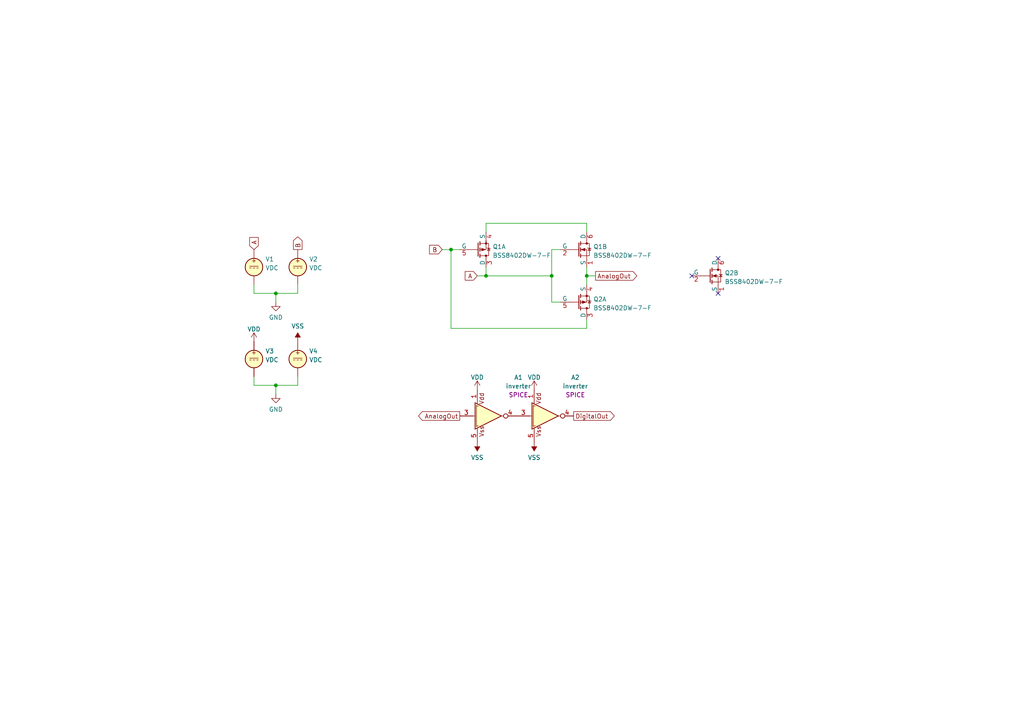
<source format=kicad_sch>
(kicad_sch (version 20211123) (generator eeschema)
  (paper "A4")
  (lib_symbols
    (symbol "Simulation_SPICE:VDC" (pin_numbers hide) (pin_names (offset 0.0254))
      (property "Reference" "V" (at 2.54 2.54 0))
      (property "Value" "VDC" (at 2.54 0 0))
      (property "Spice_Model" "dc(1)" (at 2.54 -2.54 0))
      (symbol "VDC_0_0"
        (polyline (pts (xy -1.27 0.254) (xy 1.27 0.254)))
        (polyline (pts (xy -0.762 -0.254) (xy -1.27 -0.254)))
        (polyline (pts (xy 0.254 -0.254) (xy -0.254 -0.254)))
        (polyline (pts (xy 1.27 -0.254) (xy 0.762 -0.254)))
        (text "+" (at 0 1.905 0) (effects (font (size 1.27 1.27))))
      )
      (symbol "VDC_0_1"
        (circle (center 0 0) (radius 2.54) (stroke (width 0.254)) (fill (type background)))
      )
      (symbol "VDC_1_1"
        (pin passive line (at 0 5.08 270) (length 2.54) (name "~") (number "1"))
        (pin passive line (at 0 -5.08 90) (length 2.54) (name "~") (number "2"))
      )
    )
    (symbol "TernaryLogic:inverter" (pin_names (offset 1.016))
      (property "Reference" "A" (at -0.635 1.27 0))
      (property "Value" "inverter" (at -0.635 -0.635 0))
      (property "Spice_Primitive" "X" (at -0.635 1.27 0))
      (property "Spice_Model" "Inverter" (at -0.635 1.27 0))
      (property "Spice_Netlist_Enabled" "Y" (at -0.635 1.27 0))
      (symbol "inverter_0_0"
        (polyline (pts (xy -3.81 0) (xy -3.302 0)))
        (polyline (pts (xy -2.54 -3.81) (xy -2.54 -3.556)))
        (polyline (pts (xy -2.54 3.81) (xy -2.54 3.556)))
        (polyline (pts (xy 5.08 0) (xy 4.318 0)))
        (text "Vdd" (at -1.27 5.08 900) (effects (font (size 1.27 1.27))))
        (text "Vss" (at -1.27 -4.445 900) (effects (font (size 1.27 1.27))))
      )
      (symbol "inverter_0_1"
        (polyline (pts (xy -2.794 3.048) (xy -2.286 2.794)) (stroke (width 0.1524)))
        (polyline (pts (xy -2.794 3.048) (xy -2.794 -3.048) (xy -2.286 -2.794)) (stroke (width 0.1524)))
      )
      (symbol "inverter_1_1"
        (polyline (pts (xy -3.175 3.81) (xy -3.175 -3.81) (xy 4.445 0) (xy -3.175 3.81)) (stroke (width 0.254)) (fill (type background)))
        (pin power_in line (at -2.54 7.62 270) (length 3.81) (name "~") (number "1"))
        (pin input line (at -7.62 0 0) (length 3.81) (name "~") (number "3"))
        (pin output inverted (at 8.89 0 180) (length 3.81) (name "~") (number "4"))
        (pin power_in line (at -2.54 -7.62 90) (length 3.81) (name "~") (number "5"))
      )
    )
    (symbol "Tritium:BSS8402DW-7-F" (pin_names (offset 0))
      (property "Reference" "Q" (at 2.54 1.27 0))
      (property "Value" "BSS8402DW-7-F" (at 2.54 -1.27 0))
      (symbol "BSS8402DW-7-F_0_1"
        (polyline (pts (xy -2.286 -1.905) (xy -2.286 1.905)) (stroke (width 0.254)))
        (polyline (pts (xy -2.286 0) (xy -5.08 0)))
        (polyline (pts (xy -1.778 -2.286) (xy -1.778 -1.27)) (stroke (width 0.254)))
        (polyline (pts (xy -1.778 -0.508) (xy -1.778 0.508)) (stroke (width 0.254)))
        (polyline (pts (xy -1.778 1.27) (xy -1.778 2.286)) (stroke (width 0.254)))
        (polyline (pts (xy 0 2.54) (xy 0 1.778)))
        (polyline (pts (xy -1.778 -1.778) (xy 0.762 -1.778) (xy 0.762 1.778) (xy -1.778 1.778)))
        (polyline (pts (xy 0.254 0.508) (xy 0.381 0.381) (xy 1.143 0.381) (xy 1.27 0.254)))
        (polyline (pts (xy 0.762 0.381) (xy 0.381 -0.254) (xy 1.143 -0.254) (xy 0.762 0.381)))
        (circle (center 0 1.778) (radius 0.254) (fill (type outline)))
      )
      (symbol "BSS8402DW-7-F_1_1"
        (circle (center 0 -1.778) (radius 0.254) (fill (type outline)))
        (polyline (pts (xy 0 -2.54) (xy 0 -1.778)))
        (polyline (pts (xy 0 2.54) (xy 0 0) (xy -1.778 0)))
        (polyline (pts (xy -0.254 0) (xy -1.27 -0.381) (xy -1.27 0.381) (xy -0.254 0)) (fill (type outline)))
        (pin passive line (at 0 -5.08 90) (length 2.54) (name "D") (number "3"))
        (pin passive line (at 0 5.08 270) (length 2.54) (name "S") (number "4"))
        (pin input line (at -7.62 0 0) (length 2.54) (name "G") (number "5"))
      )
      (symbol "BSS8402DW-7-F_2_1"
        (polyline (pts (xy 0 -2.54) (xy 0 0) (xy -1.778 0)))
        (polyline (pts (xy -1.524 0) (xy -0.508 0.381) (xy -0.508 -0.381) (xy -1.524 0)) (fill (type outline)))
        (pin passive line (at 0 -5.08 90) (length 2.54) (name "S") (number "1"))
        (pin input line (at -7.62 0 0) (length 2.54) (name "G") (number "2"))
        (pin passive line (at 0 5.08 270) (length 2.54) (name "D") (number "6"))
      )
    )
    (symbol "power:GND" (power) (pin_names (offset 0))
      (property "Value" "GND" (at 0 -3.81 0))
      (symbol "GND_0_1"
        (polyline (pts (xy 0 0) (xy 0 -1.27) (xy 1.27 -1.27) (xy 0 -2.54) (xy -1.27 -1.27) (xy 0 -1.27)))
      )
      (symbol "GND_1_1"
        (pin power_in line (at 0 0 270) (length 0) hide (name "GND") (number "1"))
      )
    )
    (symbol "power:VDD" (power) (pin_names (offset 0))
      (property "Value" "VDD" (at 0 3.81 0))
      (symbol "VDD_0_1"
        (polyline (pts (xy -0.762 1.27) (xy 0 2.54)))
        (polyline (pts (xy 0 0) (xy 0 2.54)))
        (polyline (pts (xy 0 2.54) (xy 0.762 1.27)))
      )
      (symbol "VDD_1_1"
        (pin power_in line (at 0 0 90) (length 0) hide (name "VDD") (number "1"))
      )
    )
    (symbol "power:VSS" (power) (pin_names (offset 0))
      (property "Value" "VSS" (at 0 3.81 0))
      (symbol "VSS_0_1"
        (polyline (pts (xy 0 0) (xy 0 2.54)))
        (polyline (pts (xy 0.762 1.27) (xy -0.762 1.27) (xy 0 2.54) (xy 0.762 1.27)) (fill (type outline)))
      )
      (symbol "VSS_1_1"
        (pin power_in line (at 0 0 90) (length 0) hide (name "VSS") (number "1"))
      )
    )
  )
  (junction (at 170.18 80.01))
  (junction (at 80.01 85.09))
  (junction (at 140.97 80.01))
  (junction (at 130.81 72.39))
  (junction (at 160.02 80.01))
  (junction (at 80.01 111.76))
  (no_connect (at 208.28 85.09))
  (no_connect (at 208.28 74.93))
  (no_connect (at 200.66 80.01))
  (wire (pts (xy 138.43 80.01) (xy 140.97 80.01)))
  (wire (pts (xy 140.97 77.47) (xy 140.97 80.01)))
  (wire (pts (xy 170.18 92.71) (xy 170.18 95.25)))
  (wire (pts (xy 80.01 85.09) (xy 86.36 85.09)))
  (wire (pts (xy 140.97 80.01) (xy 160.02 80.01)))
  (wire (pts (xy 128.27 72.39) (xy 130.81 72.39)))
  (wire (pts (xy 170.18 80.01) (xy 170.18 82.55)))
  (wire (pts (xy 160.02 72.39) (xy 160.02 80.01)))
  (wire (pts (xy 73.66 85.09) (xy 80.01 85.09)))
  (wire (pts (xy 73.66 82.55) (xy 73.66 85.09)))
  (wire (pts (xy 86.36 111.76) (xy 86.36 109.22)))
  (wire (pts (xy 170.18 64.77) (xy 170.18 67.31)))
  (wire (pts (xy 160.02 87.63) (xy 162.56 87.63)))
  (wire (pts (xy 160.02 80.01) (xy 160.02 87.63)))
  (wire (pts (xy 80.01 111.76) (xy 86.36 111.76)))
  (wire (pts (xy 80.01 85.09) (xy 80.01 87.63)))
  (wire (pts (xy 170.18 80.01) (xy 172.72 80.01)))
  (wire (pts (xy 130.81 95.25) (xy 170.18 95.25)))
  (wire (pts (xy 73.66 111.76) (xy 80.01 111.76)))
  (wire (pts (xy 130.81 72.39) (xy 130.81 95.25)))
  (wire (pts (xy 140.97 67.31) (xy 140.97 64.77)))
  (wire (pts (xy 170.18 77.47) (xy 170.18 80.01)))
  (wire (pts (xy 133.35 72.39) (xy 130.81 72.39)))
  (wire (pts (xy 86.36 85.09) (xy 86.36 82.55)))
  (wire (pts (xy 140.97 64.77) (xy 170.18 64.77)))
  (wire (pts (xy 80.01 111.76) (xy 80.01 114.3)))
  (wire (pts (xy 73.66 109.22) (xy 73.66 111.76)))
  (wire (pts (xy 162.56 72.39) (xy 160.02 72.39)))
  (global_label "B" (shape output) (at 86.36 72.39 90) (property "Intersheet References" "${INTERSHEET_REFS}" (effects hide)))
  (global_label "DigitalOut" (shape output) (at 166.37 120.65 0) (property "Intersheet References" "${INTERSHEET_REFS}" (effects hide)))
  (global_label "AnalogOut" (shape output) (at 172.72 80.01 0) (property "Intersheet References" "${INTERSHEET_REFS}" (effects hide)))
  (global_label "A" (shape input) (at 138.43 80.01 180) (property "Intersheet References" "${INTERSHEET_REFS}" (effects hide)))
  (global_label "AnalogOut" (shape output) (at 133.35 120.65 180) (property "Intersheet References" "${INTERSHEET_REFS}" (effects hide)))
  (global_label "B" (shape input) (at 128.27 72.39 180) (property "Intersheet References" "${INTERSHEET_REFS}" (effects hide)))
  (global_label "A" (shape input) (at 73.66 72.39 90) (property "Intersheet References" "${INTERSHEET_REFS}" (effects hide)))
  (symbol (lib_id "Simulation_SPICE:VDC") (at 73.66 104.14 0) (unit 1)
    (property "Reference" "V3" (at 76.962 101.8471 0) (effects (justify left)))
    (property "Value" "VDC" (at 76.962 104.384 0) (effects (justify left)))
    (property "Spice_Netlist_Enabled" "Y" (effects hide))
    (property "Spice_Primitive" "V" (effects hide))
    (property "Spice_Model" "5" (at 76.962 106.9209 0) (effects (justify left)))
  )
  (symbol (lib_id "power:VDD") (at 154.94 113.03 0) (unit 1)
    (property "Reference" "#PWR07" (effects hide))
    (property "Value" "VDD" (at 154.94 109.4542 0))
  )
  (symbol (lib_id "Simulation_SPICE:VDC") (at 86.36 104.14 0) (unit 1)
    (property "Reference" "V4" (at 89.662 101.8471 0) (effects (justify left)))
    (property "Value" "VDC" (at 89.662 104.384 0) (effects (justify left)))
    (property "Spice_Netlist_Enabled" "Y" (effects hide))
    (property "Spice_Primitive" "V" (effects hide))
    (property "Spice_Model" "-5" (at 89.662 106.9209 0) (effects (justify left)))
  )
  (symbol (lib_id "power:GND") (at 80.01 87.63 0) (unit 1)
    (property "Reference" "#PWR01" (effects hide))
    (property "Value" "GND" (at 80.01 92.0734 0))
  )
  (symbol (lib_id "power:VDD") (at 73.66 99.06 0) (unit 1)
    (property "Reference" "#PWR02" (effects hide))
    (property "Value" "VDD" (at 73.66 95.4842 0))
  )
  (symbol (lib_id "power:VSS") (at 138.43 128.27 180) (unit 1)
    (property "Reference" "#PWR06" (effects hide))
    (property "Value" "VSS" (at 138.43 132.7134 0))
  )
  (symbol (lib_id "Simulation_SPICE:VDC") (at 73.66 77.47 0) (unit 1)
    (property "Reference" "V1" (at 76.962 75.1771 0) (effects (justify left)))
    (property "Value" "VDC" (at 76.962 77.714 0) (effects (justify left)))
    (property "Spice_Netlist_Enabled" "Y" (effects hide))
    (property "Spice_Primitive" "V" (effects hide))
    (property "Spice_Model" "-5" (at 76.962 80.2509 0) (effects (justify left)))
  )
  (symbol (lib_id "power:VSS") (at 154.94 128.27 180) (unit 1)
    (property "Reference" "#PWR08" (effects hide))
    (property "Value" "VSS" (at 154.94 132.7134 0))
  )
  (symbol (lib_id "Tritium:BSS8402DW-7-F") (at 170.18 72.39 0) (unit 2)
    (property "Reference" "Q1" (at 172.085 71.5553 0) (effects (justify left)))
    (property "Value" "BSS8402DW-7-F" (at 172.085 74.0922 0) (effects (justify left)))
    (property "Footprint" "Package_TO_SOT_SMD:SOT-363_SC-70-6_Handsoldering" (effects hide))
    (property "Datasheet" "https://www.diodes.com/assets/Datasheets/ds30380.pdf" (effects hide))
    (property "Spice_Primitive" "X" (effects hide))
    (property "Spice_Model" "BSS8402DW" (effects hide))
    (property "Spice_Netlist_Enabled" "Y" (effects hide))
    (property "Spice_Lib_File" "${TRITIUM_LIB}/TritiumSpice.lib" (effects hide))
  )
  (symbol (lib_id "Simulation_SPICE:VDC") (at 86.36 77.47 0) (unit 1)
    (property "Reference" "V2" (at 89.662 75.1771 0) (effects (justify left)))
    (property "Value" "VDC" (at 89.662 77.714 0) (effects (justify left)))
    (property "Spice_Netlist_Enabled" "Y" (effects hide))
    (property "Spice_Primitive" "V" (effects hide))
    (property "Spice_Model" "0" (at 89.662 80.2509 0) (effects (justify left)))
  )
  (symbol (lib_id "TernaryLogic:inverter") (at 157.48 120.65 0) (unit 1)
    (property "Reference" "A2" (at 166.8727 109.4666 0))
    (property "Value" "inverter" (at 166.8727 112.0035 0))
    (property "Footprint" "Ternary_Rev_1:inverter" (effects hide))
    (property "Spice_Primitive" "X" (at 166.8727 114.5404 0))
    (property "Spice_Model" "Inverter" (at 166.8727 117.0773 0))
    (property "Spice_Netlist_Enabled" "Y" (at 166.8727 119.6142 0))
    (property "Spice_Lib_File" "${TRITIUM_LIB}/TritiumSpice.lib" (effects hide))
  )
  (symbol (lib_id "TernaryLogic:inverter") (at 140.97 120.65 0) (unit 1)
    (property "Reference" "A1" (at 150.3627 109.4666 0))
    (property "Value" "inverter" (at 150.3627 112.0035 0))
    (property "Footprint" "Ternary_Rev_1:inverter" (effects hide))
    (property "Spice_Primitive" "X" (at 150.3627 114.5404 0))
    (property "Spice_Model" "Inverter" (at 150.3627 117.0773 0))
    (property "Spice_Netlist_Enabled" "Y" (at 150.3627 119.6142 0))
    (property "Spice_Lib_File" "${TRITIUM_LIB}/TritiumSpice.lib" (effects hide))
  )
  (symbol (lib_id "power:VSS") (at 86.36 99.06 0) (unit 1)
    (property "Reference" "#PWR04" (effects hide))
    (property "Value" "VSS" (at 86.36 94.6166 0))
  )
  (symbol (lib_id "Tritium:BSS8402DW-7-F") (at 170.18 87.63 0) (unit 1)
    (property "Reference" "Q2" (at 172.085 86.7953 0) (effects (justify left)))
    (property "Value" "BSS8402DW-7-F" (at 172.085 89.3322 0) (effects (justify left)))
    (property "Footprint" "Package_TO_SOT_SMD:SOT-363_SC-70-6_Handsoldering" (effects hide))
    (property "Datasheet" "https://www.diodes.com/assets/Datasheets/ds30380.pdf" (effects hide))
    (property "Spice_Primitive" "X" (effects hide))
    (property "Spice_Model" "BSS8402DW" (effects hide))
    (property "Spice_Netlist_Enabled" "Y" (effects hide))
    (property "Spice_Lib_File" "${TRITIUM_LIB}/TritiumSpice.lib" (effects hide))
  )
  (symbol (lib_id "power:GND") (at 80.01 114.3 0) (unit 1)
    (property "Reference" "#PWR03" (effects hide))
    (property "Value" "GND" (at 80.01 118.7434 0))
  )
  (symbol (lib_id "Tritium:BSS8402DW-7-F") (at 140.97 72.39 0) (unit 1)
    (property "Reference" "Q1" (at 142.875 71.5553 0) (effects (justify left)))
    (property "Value" "BSS8402DW-7-F" (at 142.875 74.0922 0) (effects (justify left)))
    (property "Footprint" "Package_TO_SOT_SMD:SOT-363_SC-70-6_Handsoldering" (effects hide))
    (property "Datasheet" "https://www.diodes.com/assets/Datasheets/ds30380.pdf" (effects hide))
    (property "Spice_Primitive" "X" (effects hide))
    (property "Spice_Model" "BSS8402DW" (effects hide))
    (property "Spice_Netlist_Enabled" "Y" (effects hide))
    (property "Spice_Lib_File" "${TRITIUM_LIB}/TritiumSpice.lib" (effects hide))
  )
  (symbol (lib_id "power:VDD") (at 138.43 113.03 0) (unit 1)
    (property "Reference" "#PWR05" (effects hide))
    (property "Value" "VDD" (at 138.43 109.4542 0))
  )
  (symbol (lib_id "Tritium:BSS8402DW-7-F") (at 208.28 80.01 0) (unit 2)
    (property "Reference" "Q2" (at 210.185 79.1753 0) (effects (justify left)))
    (property "Value" "BSS8402DW-7-F" (at 210.185 81.7122 0) (effects (justify left)))
    (property "Footprint" "Package_TO_SOT_SMD:SOT-363_SC-70-6_Handsoldering" (effects hide))
    (property "Datasheet" "https://www.diodes.com/assets/Datasheets/ds30380.pdf" (effects hide))
    (property "Spice_Primitive" "X" (effects hide))
    (property "Spice_Model" "BSS8402DW" (effects hide))
    (property "Spice_Netlist_Enabled" "Y" (effects hide))
    (property "Spice_Lib_File" "${TRITIUM_LIB}/TritiumSpice.lib" (effects hide))
  )
)
</source>
